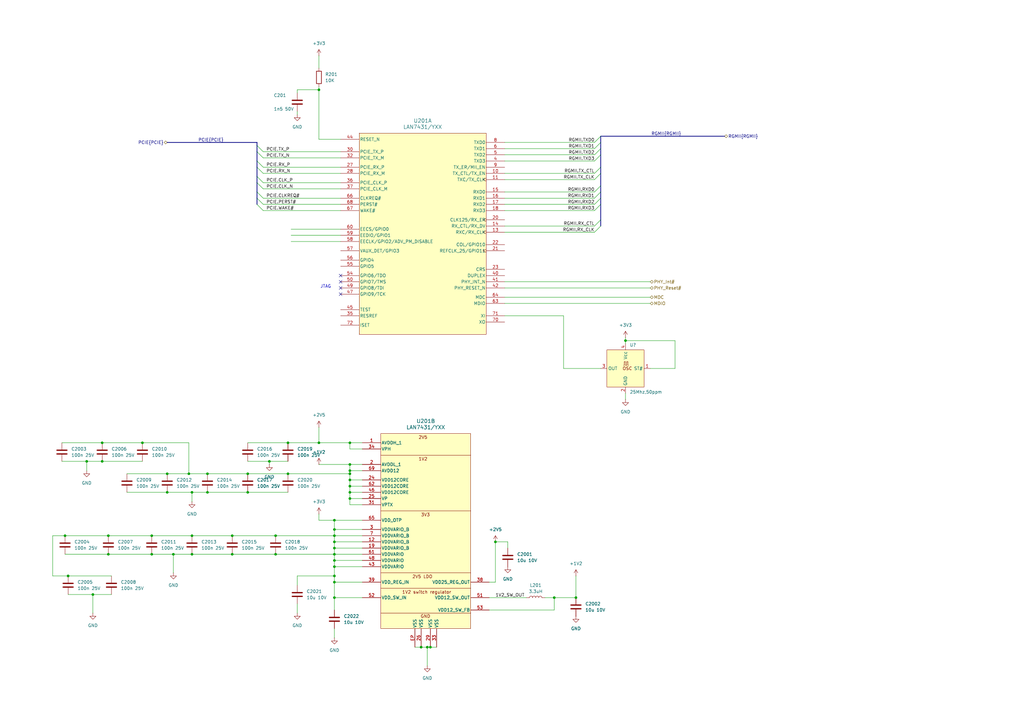
<source format=kicad_sch>
(kicad_sch (version 20231120) (generator "eeschema") (generator_version "8.0")
  (paper "A3")
  (lib_symbols
    (symbol "LAN7431_YXX_1" (pin_names (offset 0.254))
      (property "Reference" "U" (at 8.89 10.16 0))
      (property "Value" "LAN7431/YXX" (at 8.89 7.62 0))
      (symbol "LAN7431_YXX_1_1_1"
        (rectangle (start 0 0) (end 52.07 -82.55) (fill (type background)))
        (pin input line (at 59.69 -16.51 180) (length 7.62) (name "TX_CTL/TX_EN") (number "10"))
        (pin output clock (at 59.69 -19.05 180) (length 7.62) (name "TXC/TX_CLK") (number "11"))
        (pin input clock (at 59.69 -40.64 180) (length 7.62) (name "RXC/RX_CLK") (number "13"))
        (pin input line (at 59.69 -38.1 180) (length 7.62) (name "RX_CTL/RX_DV") (number "14"))
        (pin input line (at 59.69 -24.13 180) (length 7.62) (name "RXD0") (number "15"))
        (pin input line (at 59.69 -26.67 180) (length 7.62) (name "RXD1") (number "16"))
        (pin input line (at 59.69 -29.21 180) (length 7.62) (name "RXD2") (number "17"))
        (pin input line (at 59.69 -31.75 180) (length 7.62) (name "RXD3") (number "18"))
        (pin input clock (at 59.69 -35.56 180) (length 7.62) (name "CLK125/RX_ER") (number "20"))
        (pin bidirectional clock (at 59.69 -48.26 180) (length 7.62) (name "REFCLK_25/GPIO11") (number "21"))
        (pin bidirectional line (at 59.69 -45.72 180) (length 7.62) (name "COL/GPIO10") (number "22"))
        (pin unspecified line (at 59.69 -55.88 180) (length 7.62) (name "CRS") (number "23"))
        (pin unspecified line (at -7.62 -13.97 0) (length 7.62) (name "PCIE_RX_P") (number "27"))
        (pin unspecified line (at -7.62 -16.51 0) (length 7.62) (name "PCIE_RX_M") (number "28"))
        (pin unspecified line (at -7.62 -7.62 0) (length 7.62) (name "PCIE_TX_P") (number "30"))
        (pin unspecified line (at -7.62 -10.16 0) (length 7.62) (name "PCIE_TX_M") (number "32"))
        (pin unspecified line (at -7.62 -74.93 0) (length 7.62) (name "RESREF") (number "35"))
        (pin unspecified line (at -7.62 -20.32 0) (length 7.62) (name "PCIE_CLK_P") (number "36"))
        (pin unspecified line (at -7.62 -22.86 0) (length 7.62) (name "PCIE_CLK_M") (number "37"))
        (pin output line (at 59.69 -11.43 180) (length 7.62) (name "TXD3") (number "4"))
        (pin input line (at 59.69 -58.42 180) (length 7.62) (name "DUPLEX") (number "40"))
        (pin input line (at 59.69 -60.96 180) (length 7.62) (name "PHY_INT_N") (number "41"))
        (pin output line (at 59.69 -63.5 180) (length 7.62) (name "PHY_RESET_N") (number "42"))
        (pin unspecified line (at -7.62 -2.54 0) (length 7.62) (name "RESET_N") (number "44"))
        (pin unspecified line (at -7.62 -72.39 0) (length 7.62) (name "TEST") (number "45"))
        (pin bidirectional line (at -7.62 -66.04 0) (length 7.62) (name "GPIO9/TCK") (number "47"))
        (pin bidirectional line (at -7.62 -63.5 0) (length 7.62) (name "GPIO8/TDI") (number "49"))
        (pin output line (at 59.69 -8.89 180) (length 7.62) (name "TXD2") (number "5"))
        (pin bidirectional line (at -7.62 -60.96 0) (length 7.62) (name "GPIO7/TMS") (number "50"))
        (pin bidirectional line (at -7.62 -58.42 0) (length 7.62) (name "GPIO6/TDO") (number "54"))
        (pin bidirectional line (at -7.62 -54.61 0) (length 7.62) (name "GPIO5") (number "55"))
        (pin bidirectional line (at -7.62 -52.07 0) (length 7.62) (name "GPIO4") (number "56"))
        (pin bidirectional line (at -7.62 -48.26 0) (length 7.62) (name "VAUX_DET/GPIO3") (number "57"))
        (pin bidirectional line (at -7.62 -44.45 0) (length 7.62) (name "EECLK/GPIO2/ADV_PM_DISABLE") (number "58"))
        (pin bidirectional line (at -7.62 -41.91 0) (length 7.62) (name "EEDIO/GPIO1") (number "59"))
        (pin output line (at 59.69 -6.35 180) (length 7.62) (name "TXD1") (number "6"))
        (pin bidirectional line (at -7.62 -39.37 0) (length 7.62) (name "EECS/GPIO0") (number "60"))
        (pin bidirectional line (at 59.69 -69.85 180) (length 7.62) (name "MDIO") (number "63"))
        (pin output line (at 59.69 -67.31 180) (length 7.62) (name "MDC") (number "64"))
        (pin bidirectional line (at -7.62 -26.67 0) (length 7.62) (name "CLKREQ#") (number "66"))
        (pin bidirectional line (at -7.62 -31.75 0) (length 7.62) (name "WAKE#") (number "67"))
        (pin input line (at -7.62 -29.21 0) (length 7.62) (name "PERST#") (number "68"))
        (pin output line (at 59.69 -77.47 180) (length 7.62) (name "XO") (number "70"))
        (pin input line (at 59.69 -74.93 180) (length 7.62) (name "XI") (number "71"))
        (pin passive line (at -7.62 -78.74 0) (length 7.62) (name "ISET") (number "72"))
        (pin output line (at 59.69 -3.81 180) (length 7.62) (name "TXD0") (number "8"))
        (pin bidirectional line (at 59.69 -13.97 180) (length 7.62) (name "TX_ER/MII_EN") (number "9"))
      )
      (symbol "LAN7431_YXX_1_2_1"
        (polyline (pts (xy 0 -73.66) (xy 36.83 -73.66)))
        (polyline (pts (xy 0 -63.5) (xy 36.83 -63.5)))
        (polyline (pts (xy 0 -57.15) (xy 36.83 -57.15)))
        (polyline (pts (xy 0 -31.75) (xy 36.83 -31.75)))
        (polyline (pts (xy 0 -8.89) (xy 36.83 -8.89)))
        (rectangle (start 0 0) (end 36.83 -80.01) (fill (type background)))
        (text "1V2" (at 17.272 -10.414 0) (effects (font (size 1.27 1.27))))
        (text "1V2 switch regulator" (at 18.796 -65.024 0) (effects (font (size 1.27 1.27))))
        (text "2V5" (at 17.272 -1.524 0) (effects (font (size 1.27 1.27))))
        (text "2V5 LDO" (at 17.018 -58.674 0) (effects (font (size 1.27 1.27))))
        (text "3V3" (at 18.288 -33.274 0) (effects (font (size 1.27 1.27))))
        (text "GND" (at 18.288 -74.93 0) (effects (font (size 1.27 1.27))))
        (pin power_in line (at -7.62 -3.81 0) (length 7.62) (name "AVDDH_1") (number "1"))
        (pin power_in line (at -7.62 -44.45 0) (length 7.62) (name "VDDVARIO_B") (number "12"))
        (pin power_in line (at -7.62 -46.99 0) (length 7.62) (name "VDDVARIO_B") (number "19"))
        (pin power_in line (at -7.62 -12.7 0) (length 7.62) (name "AVDDL_1") (number "2"))
        (pin power_in line (at -7.62 -19.05 0) (length 7.62) (name "VDD12CORE") (number "24"))
        (pin unspecified line (at -7.62 -26.67 0) (length 7.62) (name "VP") (number "25"))
        (pin power_in line (at 16.51 -87.63 90) (length 7.62) (name "VSS") (number "26"))
        (pin power_in line (at 20.32 -87.63 90) (length 7.62) (name "VSS") (number "29"))
        (pin power_in line (at -7.62 -39.37 0) (length 7.62) (name "VDDVARIO_B") (number "3"))
        (pin unspecified line (at -7.62 -29.21 0) (length 7.62) (name "VPTX") (number "31"))
        (pin power_in line (at 22.86 -87.63 90) (length 7.62) (name "VSS") (number "33"))
        (pin unspecified line (at -7.62 -6.35 0) (length 7.62) (name "VPH") (number "34"))
        (pin output line (at 44.45 -60.96 180) (length 7.62) (name "VDD25_REG_OUT") (number "38"))
        (pin power_in line (at -7.62 -60.96 0) (length 7.62) (name "VDD_REG_IN") (number "39"))
        (pin power_in line (at -7.62 -54.61 0) (length 7.62) (name "VDDVARIO") (number "43"))
        (pin power_in line (at -7.62 -24.13 0) (length 7.62) (name "VDD12CORE") (number "46"))
        (pin power_in line (at -7.62 -52.07 0) (length 7.62) (name "VDDVARIO") (number "48"))
        (pin output line (at 44.45 -67.31 180) (length 7.62) (name "VDD12_SW_OUT") (number "51"))
        (pin power_in line (at -7.62 -67.31 0) (length 7.62) (name "VDD_SW_IN") (number "52"))
        (pin power_in line (at 44.45 -72.39 180) (length 7.62) (name "VDD12_SW_FB") (number "53"))
        (pin power_in line (at -7.62 -49.53 0) (length 7.62) (name "VDDVARIO") (number "61"))
        (pin power_in line (at -7.62 -21.59 0) (length 7.62) (name "VDD12CORE") (number "62"))
        (pin power_in line (at -7.62 -35.56 0) (length 7.62) (name "VDD_OTP") (number "65"))
        (pin power_in line (at -7.62 -15.24 0) (length 7.62) (name "AVDD12") (number "69"))
        (pin power_in line (at -7.62 -41.91 0) (length 7.62) (name "VDDVARIO_B") (number "7"))
        (pin power_out line (at 13.97 -87.63 90) (length 7.62) (name "VSS") (number "EP"))
      )
    )
    (symbol "bt_Inductors:L;3.3uH;1.4A;200m;S;0806" (pin_numbers hide) (pin_names (offset 1.016) hide)
      (property "Reference" "L" (at -1.27 0 90))
      (property "Value" "3.3uH" (at 1.905 0 90))
      (symbol "L;3.3uH;1.4A;200m;S;0806_0_1"
        (arc (start 0 -2.54) (mid 0.6323 -1.905) (end 0 -1.27))
        (arc (start 0 -1.27) (mid 0.6323 -0.635) (end 0 0))
        (arc (start 0 0) (mid 0.6323 0.635) (end 0 1.27))
        (arc (start 0 1.27) (mid 0.6323 1.905) (end 0 2.54))
      )
      (symbol "L;3.3uH;1.4A;200m;S;0806_1_1"
        (pin passive line (at 0 3.81 270) (length 1.27) (name "1") (number "1"))
        (pin passive line (at 0 -3.81 90) (length 1.27) (name "2") (number "2"))
      )
    )
    (symbol "bt_capacitor:C;M;100n;10p;25V;S;0603" (pin_numbers hide) (pin_names (offset 0.254))
      (property "Reference" "C" (at 0.635 2.54 0))
      (property "Value" "100n 25V" (at 4.635 -2.54 0))
      (symbol "C;M;100n;10p;25V;S;0603_0_1"
        (polyline (pts (xy -2.032 -0.762) (xy 2.032 -0.762)) (stroke (width 0.508)))
        (polyline (pts (xy -2.032 0.762) (xy 2.032 0.762)) (stroke (width 0.508)))
      )
      (symbol "C;M;100n;10p;25V;S;0603_1_1"
        (pin passive line (at 0 3.81 270) (length 2.794) (name "~") (number "1"))
        (pin passive line (at 0 -3.81 90) (length 2.794) (name "~") (number "2"))
      )
    )
    (symbol "bt_capacitor:C;M;10u;10p;10V;S;0603" (pin_numbers hide) (pin_names (offset 0.254))
      (property "Reference" "C" (at 0.635 2.54 0))
      (property "Value" "10u 10V" (at 4.635 -2.54 0))
      (symbol "C;M;10u;10p;10V;S;0603_0_1"
        (polyline (pts (xy -2.032 -0.762) (xy 2.032 -0.762)) (stroke (width 0.508)))
        (polyline (pts (xy -2.032 0.762) (xy 2.032 0.762)) (stroke (width 0.508)))
      )
      (symbol "C;M;10u;10p;10V;S;0603_1_1"
        (pin passive line (at 0 3.81 270) (length 2.794) (name "~") (number "1"))
        (pin passive line (at 0 -3.81 90) (length 2.794) (name "~") (number "2"))
      )
    )
    (symbol "bt_capacitor:C;M;1n5;10p;50V;S;0603" (pin_numbers hide) (pin_names (offset 0.254))
      (property "Reference" "C" (at 0.635 2.54 0))
      (property "Value" "1n5 50V" (at 4.635 -2.54 0))
      (symbol "C;M;1n5;10p;50V;S;0603_0_1"
        (polyline (pts (xy -2.032 -0.762) (xy 2.032 -0.762)) (stroke (width 0.508)))
        (polyline (pts (xy -2.032 0.762) (xy 2.032 0.762)) (stroke (width 0.508)))
      )
      (symbol "C;M;1n5;10p;50V;S;0603_1_1"
        (pin passive line (at 0 3.81 270) (length 2.794) (name "~") (number "1"))
        (pin passive line (at 0 -3.81 90) (length 2.794) (name "~") (number "2"))
      )
    )
    (symbol "bt_communication:LAN7431_YXX" (pin_names (offset 0.254))
      (property "Reference" "U" (at 8.89 10.16 0))
      (property "Value" "LAN7431/YXX" (at 8.89 7.62 0))
      (symbol "LAN7431_YXX_1_1"
        (rectangle (start 0 0) (end 52.07 -82.55) (fill (type background)))
        (pin input line (at 59.69 -16.51 180) (length 7.62) (name "TX_CTL/TX_EN") (number "10"))
        (pin output clock (at 59.69 -19.05 180) (length 7.62) (name "TXC/TX_CLK") (number "11"))
        (pin input clock (at 59.69 -40.64 180) (length 7.62) (name "RXC/RX_CLK") (number "13"))
        (pin input line (at 59.69 -38.1 180) (length 7.62) (name "RX_CTL/RX_DV") (number "14"))
        (pin input line (at 59.69 -33.02 180) (length 7.62) (name "RXD0") (number "15"))
        (pin input line (at 59.69 -30.48 180) (length 7.62) (name "RXD1") (number "16"))
        (pin input line (at 59.69 -27.94 180) (length 7.62) (name "RXD2") (number "17"))
        (pin input line (at 59.69 -25.4 180) (length 7.62) (name "RXD3") (number "18"))
        (pin input clock (at 59.69 -35.56 180) (length 7.62) (name "CLK125/RX_ER") (number "20"))
        (pin bidirectional clock (at 59.69 -48.26 180) (length 7.62) (name "REFCLK_25/GPIO11") (number "21"))
        (pin bidirectional line (at 59.69 -45.72 180) (length 7.62) (name "COL/GPIO10") (number "22"))
        (pin unspecified line (at 59.69 -55.88 180) (length 7.62) (name "CRS") (number "23"))
        (pin unspecified line (at -7.62 -13.97 0) (length 7.62) (name "PCIE_RX_P") (number "27"))
        (pin unspecified line (at -7.62 -16.51 0) (length 7.62) (name "PCIE_RX_M") (number "28"))
        (pin unspecified line (at -7.62 -7.62 0) (length 7.62) (name "PCIE_TX_P") (number "30"))
        (pin unspecified line (at -7.62 -10.16 0) (length 7.62) (name "PCIE_TX_M") (number "32"))
        (pin unspecified line (at -7.62 -74.93 0) (length 7.62) (name "RESREF") (number "35"))
        (pin unspecified line (at -7.62 -20.32 0) (length 7.62) (name "PCIE_CLK_P") (number "36"))
        (pin unspecified line (at -7.62 -22.86 0) (length 7.62) (name "PCIE_CLK_M") (number "37"))
        (pin output line (at 59.69 -11.43 180) (length 7.62) (name "TXD3") (number "4"))
        (pin input line (at 59.69 -58.42 180) (length 7.62) (name "DUPLEX") (number "40"))
        (pin input line (at 59.69 -60.96 180) (length 7.62) (name "PHY_INT_N") (number "41"))
        (pin output line (at 59.69 -63.5 180) (length 7.62) (name "PHY_RESET_N") (number "42"))
        (pin unspecified line (at -7.62 -2.54 0) (length 7.62) (name "RESET_N") (number "44"))
        (pin unspecified line (at -7.62 -72.39 0) (length 7.62) (name "TEST") (number "45"))
        (pin bidirectional line (at -7.62 -66.04 0) (length 7.62) (name "GPIO9/TCK") (number "47"))
        (pin bidirectional line (at -7.62 -63.5 0) (length 7.62) (name "GPIO8/TDI") (number "49"))
        (pin output line (at 59.69 -8.89 180) (length 7.62) (name "TXD2") (number "5"))
        (pin bidirectional line (at -7.62 -60.96 0) (length 7.62) (name "GPIO7/TMS") (number "50"))
        (pin bidirectional line (at -7.62 -58.42 0) (length 7.62) (name "GPIO6/TDO") (number "54"))
        (pin bidirectional line (at -7.62 -54.61 0) (length 7.62) (name "GPIO5") (number "55"))
        (pin bidirectional line (at -7.62 -52.07 0) (length 7.62) (name "GPIO4") (number "56"))
        (pin bidirectional line (at -7.62 -48.26 0) (length 7.62) (name "VAUX_DET/GPIO3") (number "57"))
        (pin bidirectional line (at -7.62 -44.45 0) (length 7.62) (name "EECLK/GPIO2/ADV_PM_DISABLE") (number "58"))
        (pin bidirectional line (at -7.62 -41.91 0) (length 7.62) (name "EEDIO/GPIO1") (number "59"))
        (pin output line (at 59.69 -6.35 180) (length 7.62) (name "TXD1") (number "6"))
        (pin bidirectional line (at -7.62 -39.37 0) (length 7.62) (name "EECS/GPIO0") (number "60"))
        (pin bidirectional line (at 59.69 -69.85 180) (length 7.62) (name "MDIO") (number "63"))
        (pin output line (at 59.69 -67.31 180) (length 7.62) (name "MDC") (number "64"))
        (pin bidirectional line (at -7.62 -26.67 0) (length 7.62) (name "CLKREQ#") (number "66"))
        (pin bidirectional line (at -7.62 -31.75 0) (length 7.62) (name "WAKE#") (number "67"))
        (pin input line (at -7.62 -29.21 0) (length 7.62) (name "PERST#") (number "68"))
        (pin output line (at 59.69 -77.47 180) (length 7.62) (name "XO") (number "70"))
        (pin input line (at 59.69 -74.93 180) (length 7.62) (name "XI") (number "71"))
        (pin passive line (at -7.62 -78.74 0) (length 7.62) (name "ISET") (number "72"))
        (pin output line (at 59.69 -3.81 180) (length 7.62) (name "TXD0") (number "8"))
        (pin bidirectional line (at 59.69 -13.97 180) (length 7.62) (name "TX_ER/MII_EN") (number "9"))
      )
      (symbol "LAN7431_YXX_2_1"
        (polyline (pts (xy 0 -73.66) (xy 36.83 -73.66)))
        (polyline (pts (xy 0 -63.5) (xy 36.83 -63.5)))
        (polyline (pts (xy 0 -57.15) (xy 36.83 -57.15)))
        (polyline (pts (xy 0 -31.75) (xy 36.83 -31.75)))
        (polyline (pts (xy 0 -8.89) (xy 36.83 -8.89)))
        (rectangle (start 0 0) (end 36.83 -80.01) (fill (type background)))
        (text "1V2" (at 17.272 -10.414 0) (effects (font (size 1.27 1.27))))
        (text "1V2 switch regulator" (at 18.796 -65.024 0) (effects (font (size 1.27 1.27))))
        (text "2V5" (at 17.272 -1.524 0) (effects (font (size 1.27 1.27))))
        (text "2V5 LDO" (at 17.018 -58.674 0) (effects (font (size 1.27 1.27))))
        (text "3V3" (at 18.288 -33.274 0) (effects (font (size 1.27 1.27))))
        (text "GND" (at 18.288 -74.93 0) (effects (font (size 1.27 1.27))))
        (pin power_in line (at -7.62 -3.81 0) (length 7.62) (name "AVDDH_1") (number "1"))
        (pin power_in line (at -7.62 -44.45 0) (length 7.62) (name "VDDVARIO_B") (number "12"))
        (pin power_in line (at -7.62 -46.99 0) (length 7.62) (name "VDDVARIO_B") (number "19"))
        (pin power_in line (at -7.62 -12.7 0) (length 7.62) (name "AVDDL_1") (number "2"))
        (pin power_in line (at -7.62 -19.05 0) (length 7.62) (name "VDD12CORE") (number "24"))
        (pin unspecified line (at -7.62 -26.67 0) (length 7.62) (name "VP") (number "25"))
        (pin power_in line (at 16.51 -87.63 90) (length 7.62) (name "VSS") (number "26"))
        (pin power_in line (at 20.32 -87.63 90) (length 7.62) (name "VSS") (number "29"))
        (pin power_in line (at -7.62 -39.37 0) (length 7.62) (name "VDDVARIO_B") (number "3"))
        (pin unspecified line (at -7.62 -29.21 0) (length 7.62) (name "VPTX") (number "31"))
        (pin power_in line (at 22.86 -87.63 90) (length 7.62) (name "VSS") (number "33"))
        (pin unspecified line (at -7.62 -6.35 0) (length 7.62) (name "VPH") (number "34"))
        (pin output line (at 44.45 -60.96 180) (length 7.62) (name "VDD25_REG_OUT") (number "38"))
        (pin power_in line (at -7.62 -60.96 0) (length 7.62) (name "VDD_REG_IN") (number "39"))
        (pin power_in line (at -7.62 -54.61 0) (length 7.62) (name "VDDVARIO") (number "43"))
        (pin power_in line (at -7.62 -24.13 0) (length 7.62) (name "VDD12CORE") (number "46"))
        (pin power_in line (at -7.62 -52.07 0) (length 7.62) (name "VDDVARIO") (number "48"))
        (pin output line (at 44.45 -67.31 180) (length 7.62) (name "VDD12_SW_OUT") (number "51"))
        (pin power_in line (at -7.62 -67.31 0) (length 7.62) (name "VDD_SW_IN") (number "52"))
        (pin power_in line (at 44.45 -72.39 180) (length 7.62) (name "VDD12_SW_FB") (number "53"))
        (pin power_in line (at -7.62 -49.53 0) (length 7.62) (name "VDDVARIO") (number "61"))
        (pin power_in line (at -7.62 -21.59 0) (length 7.62) (name "VDD12CORE") (number "62"))
        (pin power_in line (at -7.62 -35.56 0) (length 7.62) (name "VDD_OTP") (number "65"))
        (pin power_in line (at -7.62 -15.24 0) (length 7.62) (name "AVDD12") (number "69"))
        (pin power_in line (at -7.62 -41.91 0) (length 7.62) (name "VDDVARIO_B") (number "7"))
        (pin power_out line (at 13.97 -87.63 90) (length 7.62) (name "VSS") (number "EP"))
      )
    )
    (symbol "bt_oscillator:OSC;25Mhz;50ppm;3v3;SG3225CAN"
      (property "Reference" "U" (at 0.762 1.27 0))
      (property "Value" "25Mhz,50ppm" (at 14.986 1.27 0))
      (symbol "OSC;25Mhz;50ppm;3v3;SG3225CAN_0_0"
        (pin input line (at -2.54 -7.62 0) (length 2.54) (name "ST#") (number "1"))
      )
      (symbol "OSC;25Mhz;50ppm;3v3;SG3225CAN_0_1"
        (polyline (pts (xy 6.35 -6.35) (xy 6.604 -6.35) (xy 6.604 -4.826) (xy 7.112 -4.826) (xy 7.112 -6.35) (xy 7.62 -6.35) (xy 7.62 -4.826) (xy 8.128 -4.826) (xy 8.128 -6.35) (xy 8.382 -6.35)))
        (rectangle (start 0 0) (end 15.24 -15.24) (fill (type background)))
      )
      (symbol "OSC;25Mhz;50ppm;3v3;SG3225CAN_1_0"
        (pin input line (at 7.62 -17.78 90) (length 2.54) (name "GND") (number "2"))
        (pin output line (at 17.78 -7.62 180) (length 2.54) (name "OUT") (number "3"))
        (pin power_in line (at 7.62 2.54 270) (length 2.54) (name "Vcc") (number "4"))
      )
      (symbol "OSC;25Mhz;50ppm;3v3;SG3225CAN_1_1"
        (text "OSC" (at 6.858 -7.62 0) (effects (font (size 1.27 1.27))))
      )
    )
    (symbol "bt_resistors:R;G;10K;10P0;S;0603" (pin_numbers hide) (pin_names (offset 0))
      (property "Reference" "R" (at 2.032 0 90))
      (property "Value" "10K" (at 0 0 90))
      (symbol "R;G;10K;10P0;S;0603_0_1"
        (rectangle (start -1.016 -2.54) (end 1.016 2.54) (stroke (width 0.254)))
      )
      (symbol "R;G;10K;10P0;S;0603_1_1"
        (pin passive line (at 0 3.81 270) (length 1.27) (name "~") (number "1"))
        (pin passive line (at 0 -3.81 90) (length 1.27) (name "~") (number "2"))
      )
    )
    (symbol "power:+1V2" (power) (pin_numbers hide) (pin_names (offset 0) hide)
      (property "Value" "+1V2" (at 0 3.556 0))
      (symbol "+1V2_0_1"
        (polyline (pts (xy -0.762 1.27) (xy 0 2.54)))
        (polyline (pts (xy 0 0) (xy 0 2.54)))
        (polyline (pts (xy 0 2.54) (xy 0.762 1.27)))
      )
      (symbol "+1V2_1_1"
        (pin power_in line (at 0 0 90) (length 0) (name "~") (number "1"))
      )
    )
    (symbol "power:+2V5" (power) (pin_numbers hide) (pin_names (offset 0) hide)
      (property "Value" "+2V5" (at 0 3.556 0))
      (symbol "+2V5_0_1"
        (polyline (pts (xy -0.762 1.27) (xy 0 2.54)))
        (polyline (pts (xy 0 0) (xy 0 2.54)))
        (polyline (pts (xy 0 2.54) (xy 0.762 1.27)))
      )
      (symbol "+2V5_1_1"
        (pin power_in line (at 0 0 90) (length 0) (name "~") (number "1"))
      )
    )
    (symbol "power:+3.3V" (power) (pin_numbers hide) (pin_names (offset 0) hide)
      (property "Value" "+3.3V" (at 0 3.556 0))
      (symbol "+3.3V_0_1"
        (polyline (pts (xy -0.762 1.27) (xy 0 2.54)))
        (polyline (pts (xy 0 0) (xy 0 2.54)))
        (polyline (pts (xy 0 2.54) (xy 0.762 1.27)))
      )
      (symbol "+3.3V_1_1"
        (pin power_in line (at 0 0 90) (length 0) (name "~") (number "1"))
      )
    )
    (symbol "power:GND" (power) (pin_numbers hide) (pin_names (offset 0) hide)
      (property "Value" "GND" (at 0 -3.81 0))
      (symbol "GND_0_1"
        (polyline (pts (xy 0 0) (xy 0 -1.27) (xy 1.27 -1.27) (xy 0 -2.54) (xy -1.27 -1.27) (xy 0 -1.27)))
      )
      (symbol "GND_1_1"
        (pin power_in line (at 0 0 270) (length 0) (name "~") (number "1"))
      )
    )
  )
  (bus_alias "PCIE" (members "TX_P" "TX_N" "RX_P" "RX_N" "CLK_P" "CLK_N" "CLKREQ#" "WAKE#" "PERST#"))
  (bus_alias "RGMII" (members "TXD0" "TXD1" "TXD2" "TXD3" "TX_CTL" "TX_CLK" "RXD0" "RXD1" "RXD2" "RXD3" "RX_CTL" "RX_CLK"))
  (junction (at 58.42 181.61))
  (junction (at 68.58 194.31))
  (junction (at 26.67 219.71))
  (junction (at 101.6 194.31))
  (junction (at 137.16 213.36))
  (junction (at 175.26 265.43))
  (junction (at 85.09 194.31))
  (junction (at 62.23 219.71))
  (junction (at 85.09 201.93))
  (junction (at 137.16 219.71))
  (junction (at 143.51 193.04))
  (junction (at 113.03 227.33))
  (junction (at 27.94 236.22))
  (junction (at 203.2 222.25))
  (junction (at 113.03 219.71))
  (junction (at 236.22 245.11))
  (junction (at 78.74 201.93))
  (junction (at 137.16 232.41))
  (junction (at 68.58 201.93))
  (junction (at 143.51 199.39))
  (junction (at 38.1 243.84))
  (junction (at 71.12 227.33))
  (junction (at 176.53 265.43))
  (junction (at 44.45 219.71))
  (junction (at 41.91 181.61))
  (junction (at 172.72 265.43))
  (junction (at 118.11 194.31))
  (junction (at 130.81 36.83))
  (junction (at 137.16 217.17))
  (junction (at 118.11 181.61))
  (junction (at 95.25 219.71))
  (junction (at 143.51 201.93))
  (junction (at 143.51 204.47))
  (junction (at 44.45 227.33))
  (junction (at 130.81 181.61))
  (junction (at 137.16 238.76))
  (junction (at 137.16 222.25))
  (junction (at 95.25 227.33))
  (junction (at 227.33 245.11))
  (junction (at 256.54 139.7))
  (junction (at 143.51 194.31))
  (junction (at 143.51 181.61))
  (junction (at 110.49 189.23))
  (junction (at 137.16 236.22))
  (junction (at 101.6 201.93))
  (junction (at 41.91 189.23))
  (junction (at 62.23 227.33))
  (junction (at 35.56 189.23))
  (junction (at 143.51 190.5))
  (junction (at 137.16 224.79))
  (junction (at 137.16 245.11))
  (junction (at 143.51 196.85))
  (junction (at 137.16 227.33))
  (junction (at 77.47 194.31))
  (junction (at 78.74 219.71))
  (junction (at 78.74 227.33))
  (junction (at 137.16 229.87))
  (no_connect (at 139.7 113.03))
  (no_connect (at 139.7 118.11))
  (no_connect (at 139.7 120.65))
  (no_connect (at 139.7 115.57))
  (bus_entry (at 246.38 78.74) (size -2.54 2.54))
  (bus_entry (at 105.41 78.74) (size 2.54 2.54))
  (bus_entry (at 105.41 83.82) (size 2.54 2.54))
  (bus_entry (at 105.41 59.69) (size 2.54 2.54))
  (bus_entry (at 105.41 74.93) (size 2.54 2.54))
  (bus_entry (at 246.38 83.82) (size -2.54 2.54))
  (bus_entry (at 246.38 81.28) (size -2.54 2.54))
  (bus_entry (at 246.38 68.58) (size -2.54 2.54))
  (bus_entry (at 246.38 90.17) (size -2.54 2.54))
  (bus_entry (at 246.38 92.71) (size -2.54 2.54))
  (bus_entry (at 105.41 72.39) (size 2.54 2.54))
  (bus_entry (at 246.38 71.12) (size -2.54 2.54))
  (bus_entry (at 246.38 63.5) (size -2.54 2.54))
  (bus_entry (at 105.41 66.04) (size 2.54 2.54))
  (bus_entry (at 105.41 68.58) (size 2.54 2.54))
  (bus_entry (at 246.38 60.96) (size -2.54 2.54))
  (bus_entry (at 246.38 58.42) (size -2.54 2.54))
  (bus_entry (at 105.41 62.23) (size 2.54 2.54))
  (bus_entry (at 105.41 81.28) (size 2.54 2.54))
  (bus_entry (at 246.38 76.2) (size -2.54 2.54))
  (bus_entry (at 246.38 55.88) (size -2.54 2.54))
  (wire (pts (xy 137.16 245.11) (xy 137.16 250.19)))
  (wire (pts (xy 27.94 236.22) (xy 45.72 236.22)))
  (wire (pts (xy 71.12 227.33) (xy 78.74 227.33)))
  (wire (pts (xy 137.16 232.41) (xy 137.16 236.22)))
  (wire (pts (xy 130.81 210.82) (xy 130.81 213.36)))
  (wire (pts (xy 143.51 196.85) (xy 143.51 199.39)))
  (bus (pts (xy 246.38 76.2) (xy 246.38 78.74)))
  (wire (pts (xy 137.16 238.76) (xy 137.16 245.11)))
  (wire (pts (xy 137.16 219.71) (xy 148.59 219.71)))
  (wire (pts (xy 208.28 224.79) (xy 208.28 222.25)))
  (wire (pts (xy 231.14 129.54) (xy 207.01 129.54)))
  (wire (pts (xy 143.51 193.04) (xy 148.59 193.04)))
  (wire (pts (xy 143.51 194.31) (xy 143.51 196.85)))
  (wire (pts (xy 121.92 236.22) (xy 121.92 240.03)))
  (wire (pts (xy 175.26 265.43) (xy 175.26 273.05)))
  (wire (pts (xy 44.45 227.33) (xy 62.23 227.33)))
  (wire (pts (xy 119.38 93.98) (xy 139.7 93.98)))
  (wire (pts (xy 130.81 190.5) (xy 143.51 190.5)))
  (wire (pts (xy 176.53 265.43) (xy 179.07 265.43)))
  (wire (pts (xy 246.38 151.13) (xy 231.14 151.13)))
  (wire (pts (xy 137.16 229.87) (xy 137.16 227.33)))
  (wire (pts (xy 256.54 161.29) (xy 256.54 163.83)))
  (wire (pts (xy 130.81 175.26) (xy 130.81 181.61)))
  (wire (pts (xy 68.58 201.93) (xy 78.74 201.93)))
  (wire (pts (xy 243.84 63.5) (xy 207.01 63.5)))
  (wire (pts (xy 143.51 201.93) (xy 148.59 201.93)))
  (wire (pts (xy 137.16 236.22) (xy 137.16 238.76)))
  (wire (pts (xy 137.16 236.22) (xy 121.92 236.22)))
  (wire (pts (xy 35.56 189.23) (xy 35.56 193.04)))
  (wire (pts (xy 207.01 121.92) (xy 266.7 121.92)))
  (bus (pts (xy 246.38 83.82) (xy 246.38 90.17)))
  (wire (pts (xy 137.16 229.87) (xy 137.16 232.41)))
  (wire (pts (xy 143.51 184.15) (xy 148.59 184.15)))
  (wire (pts (xy 137.16 229.87) (xy 148.59 229.87)))
  (wire (pts (xy 113.03 227.33) (xy 137.16 227.33)))
  (wire (pts (xy 137.16 222.25) (xy 148.59 222.25)))
  (bus (pts (xy 246.38 71.12) (xy 246.38 76.2)))
  (wire (pts (xy 207.01 124.46) (xy 266.7 124.46)))
  (wire (pts (xy 143.51 201.93) (xy 143.51 204.47)))
  (wire (pts (xy 137.16 224.79) (xy 137.16 222.25)))
  (bus (pts (xy 105.41 72.39) (xy 105.41 68.58)))
  (wire (pts (xy 25.4 181.61) (xy 41.91 181.61)))
  (wire (pts (xy 121.92 45.72) (xy 121.92 46.99)))
  (wire (pts (xy 62.23 219.71) (xy 78.74 219.71)))
  (wire (pts (xy 101.6 189.23) (xy 110.49 189.23)))
  (wire (pts (xy 35.56 189.23) (xy 41.91 189.23)))
  (wire (pts (xy 236.22 236.22) (xy 236.22 245.11)))
  (wire (pts (xy 137.16 238.76) (xy 148.59 238.76)))
  (wire (pts (xy 44.45 219.71) (xy 62.23 219.71)))
  (wire (pts (xy 175.26 265.43) (xy 176.53 265.43)))
  (wire (pts (xy 200.66 238.76) (xy 203.2 238.76)))
  (bus (pts (xy 105.41 81.28) (xy 105.41 78.74)))
  (wire (pts (xy 107.95 62.23) (xy 139.7 62.23)))
  (wire (pts (xy 110.49 189.23) (xy 110.49 190.5)))
  (wire (pts (xy 203.2 222.25) (xy 203.2 238.76)))
  (wire (pts (xy 41.91 181.61) (xy 58.42 181.61)))
  (wire (pts (xy 243.84 60.96) (xy 207.01 60.96)))
  (wire (pts (xy 137.16 224.79) (xy 148.59 224.79)))
  (wire (pts (xy 110.49 189.23) (xy 118.11 189.23)))
  (wire (pts (xy 170.18 265.43) (xy 172.72 265.43)))
  (bus (pts (xy 105.41 68.58) (xy 105.41 66.04)))
  (wire (pts (xy 143.51 204.47) (xy 143.51 207.01)))
  (wire (pts (xy 172.72 265.43) (xy 175.26 265.43)))
  (wire (pts (xy 256.54 138.43) (xy 256.54 139.7)))
  (bus (pts (xy 105.41 59.69) (xy 105.41 58.42)))
  (bus (pts (xy 246.38 81.28) (xy 246.38 83.82)))
  (wire (pts (xy 137.16 217.17) (xy 148.59 217.17)))
  (wire (pts (xy 137.16 245.11) (xy 148.59 245.11)))
  (wire (pts (xy 71.12 234.95) (xy 71.12 227.33)))
  (wire (pts (xy 227.33 250.19) (xy 227.33 245.11)))
  (wire (pts (xy 38.1 251.46) (xy 38.1 243.84)))
  (wire (pts (xy 121.92 36.83) (xy 121.92 38.1)))
  (wire (pts (xy 118.11 194.31) (xy 143.51 194.31)))
  (wire (pts (xy 143.51 207.01) (xy 148.59 207.01)))
  (bus (pts (xy 68.58 58.42) (xy 105.41 58.42)))
  (wire (pts (xy 107.95 83.82) (xy 139.7 83.82)))
  (wire (pts (xy 119.38 96.52) (xy 139.7 96.52)))
  (wire (pts (xy 107.95 81.28) (xy 139.7 81.28)))
  (wire (pts (xy 130.81 181.61) (xy 143.51 181.61)))
  (wire (pts (xy 137.16 257.81) (xy 137.16 261.62)))
  (wire (pts (xy 207.01 115.57) (xy 266.7 115.57)))
  (wire (pts (xy 200.66 250.19) (xy 227.33 250.19)))
  (wire (pts (xy 113.03 219.71) (xy 137.16 219.71)))
  (wire (pts (xy 118.11 181.61) (xy 130.81 181.61)))
  (wire (pts (xy 243.84 95.25) (xy 207.01 95.25)))
  (wire (pts (xy 27.94 243.84) (xy 38.1 243.84)))
  (wire (pts (xy 143.51 204.47) (xy 148.59 204.47)))
  (wire (pts (xy 231.14 151.13) (xy 231.14 129.54)))
  (wire (pts (xy 52.07 194.31) (xy 68.58 194.31)))
  (wire (pts (xy 223.52 245.11) (xy 227.33 245.11)))
  (wire (pts (xy 85.09 194.31) (xy 101.6 194.31)))
  (wire (pts (xy 95.25 227.33) (xy 113.03 227.33)))
  (wire (pts (xy 130.81 36.83) (xy 121.92 36.83)))
  (wire (pts (xy 78.74 201.93) (xy 85.09 201.93)))
  (wire (pts (xy 101.6 194.31) (xy 118.11 194.31)))
  (wire (pts (xy 107.95 74.93) (xy 139.7 74.93)))
  (wire (pts (xy 130.81 22.86) (xy 130.81 27.94)))
  (wire (pts (xy 137.16 213.36) (xy 148.59 213.36)))
  (wire (pts (xy 68.58 194.31) (xy 77.47 194.31)))
  (wire (pts (xy 78.74 201.93) (xy 78.74 205.74)))
  (wire (pts (xy 139.7 57.15) (xy 130.81 57.15)))
  (wire (pts (xy 137.16 222.25) (xy 137.16 219.71)))
  (wire (pts (xy 78.74 227.33) (xy 95.25 227.33)))
  (wire (pts (xy 243.84 86.36) (xy 207.01 86.36)))
  (wire (pts (xy 143.51 199.39) (xy 143.51 201.93)))
  (wire (pts (xy 137.16 217.17) (xy 137.16 213.36)))
  (wire (pts (xy 143.51 193.04) (xy 143.51 194.31)))
  (wire (pts (xy 207.01 118.11) (xy 266.7 118.11)))
  (wire (pts (xy 38.1 243.84) (xy 45.72 243.84)))
  (bus (pts (xy 105.41 78.74) (xy 105.41 74.93)))
  (wire (pts (xy 77.47 181.61) (xy 77.47 194.31)))
  (wire (pts (xy 256.54 139.7) (xy 256.54 140.97)))
  (wire (pts (xy 243.84 83.82) (xy 207.01 83.82)))
  (wire (pts (xy 276.86 139.7) (xy 256.54 139.7)))
  (wire (pts (xy 143.51 199.39) (xy 148.59 199.39)))
  (wire (pts (xy 207.01 92.71) (xy 243.84 92.71)))
  (wire (pts (xy 107.95 86.36) (xy 139.7 86.36)))
  (wire (pts (xy 130.81 57.15) (xy 130.81 36.83)))
  (wire (pts (xy 26.67 227.33) (xy 44.45 227.33)))
  (wire (pts (xy 130.81 36.83) (xy 130.81 35.56)))
  (wire (pts (xy 243.84 58.42) (xy 207.01 58.42)))
  (bus (pts (xy 246.38 55.88) (xy 246.38 58.42)))
  (wire (pts (xy 26.67 219.71) (xy 21.59 219.71)))
  (wire (pts (xy 143.51 190.5) (xy 148.59 190.5)))
  (bus (pts (xy 105.41 83.82) (xy 105.41 81.28)))
  (wire (pts (xy 243.84 73.66) (xy 207.01 73.66)))
  (wire (pts (xy 21.59 236.22) (xy 27.94 236.22)))
  (bus (pts (xy 105.41 62.23) (xy 105.41 59.69)))
  (wire (pts (xy 52.07 201.93) (xy 68.58 201.93)))
  (bus (pts (xy 246.38 63.5) (xy 246.38 68.58)))
  (wire (pts (xy 208.28 222.25) (xy 203.2 222.25)))
  (bus (pts (xy 246.38 60.96) (xy 246.38 63.5)))
  (wire (pts (xy 107.95 71.12) (xy 139.7 71.12)))
  (wire (pts (xy 130.81 213.36) (xy 137.16 213.36)))
  (wire (pts (xy 137.16 227.33) (xy 148.59 227.33)))
  (wire (pts (xy 62.23 227.33) (xy 71.12 227.33)))
  (wire (pts (xy 143.51 181.61) (xy 143.51 184.15)))
  (wire (pts (xy 107.95 77.47) (xy 139.7 77.47)))
  (wire (pts (xy 243.84 71.12) (xy 207.01 71.12)))
  (wire (pts (xy 107.95 68.58) (xy 139.7 68.58)))
  (wire (pts (xy 200.66 245.11) (xy 215.9 245.11)))
  (wire (pts (xy 25.4 189.23) (xy 35.56 189.23)))
  (wire (pts (xy 227.33 245.11) (xy 236.22 245.11)))
  (wire (pts (xy 243.84 66.04) (xy 207.01 66.04)))
  (wire (pts (xy 137.16 227.33) (xy 137.16 224.79)))
  (wire (pts (xy 266.7 151.13) (xy 276.86 151.13)))
  (wire (pts (xy 21.59 219.71) (xy 21.59 236.22)))
  (wire (pts (xy 101.6 201.93) (xy 118.11 201.93)))
  (wire (pts (xy 119.38 99.06) (xy 139.7 99.06)))
  (bus (pts (xy 246.38 58.42) (xy 246.38 60.96)))
  (wire (pts (xy 107.95 64.77) (xy 139.7 64.77)))
  (wire (pts (xy 243.84 78.74) (xy 207.01 78.74)))
  (wire (pts (xy 85.09 201.93) (xy 101.6 201.93)))
  (wire (pts (xy 143.51 181.61) (xy 148.59 181.61)))
  (bus (pts (xy 246.38 78.74) (xy 246.38 81.28)))
  (wire (pts (xy 276.86 151.13) (xy 276.86 139.7)))
  (bus (pts (xy 105.41 74.93) (xy 105.41 72.39)))
  (wire (pts (xy 143.51 196.85) (xy 148.59 196.85)))
  (wire (pts (xy 26.67 219.71) (xy 44.45 219.71)))
  (wire (pts (xy 137.16 219.71) (xy 137.16 217.17)))
  (wire (pts (xy 148.59 232.41) (xy 137.16 232.41)))
  (bus (pts (xy 246.38 68.58) (xy 246.38 71.12)))
  (wire (pts (xy 41.91 189.23) (xy 58.42 189.23)))
  (wire (pts (xy 243.84 81.28) (xy 207.01 81.28)))
  (bus (pts (xy 297.18 55.88) (xy 246.38 55.88)))
  (bus (pts (xy 246.38 90.17) (xy 246.38 92.71)))
  (wire (pts (xy 58.42 181.61) (xy 77.47 181.61)))
  (wire (pts (xy 77.47 194.31) (xy 85.09 194.31)))
  (wire (pts (xy 78.74 219.71) (xy 95.25 219.71)))
  (wire (pts (xy 101.6 181.61) (xy 118.11 181.61)))
  (wire (pts (xy 121.92 247.65) (xy 121.92 251.46)))
  (bus (pts (xy 105.41 66.04) (xy 105.41 62.23)))
  (wire (pts (xy 143.51 190.5) (xy 143.51 193.04)))
  (wire (pts (xy 95.25 219.71) (xy 113.03 219.71)))
  (text "JTAG" (at 133.604 117.602 0) (effects (font (size 1.27 1.27))))
  (label "PCIE{PCIE}" (at 81.28 58.42 0))
  (label "RGMII.RXD0" (at 243.84 78.74 180))
  (label "RGMII.RXD3" (at 243.84 86.36 180))
  (label "RGMII{RGMII}" (at 279.4 55.88 180))
  (label "PCIE.PERST#" (at 109.22 83.82 0))
  (label "PCIE.WAKE#" (at 109.22 86.36 0))
  (label "PCIE.CLKREQ#" (at 109.22 81.28 0))
  (label "PCIE.CLK_N" (at 109.22 77.47 0))
  (label "RGMII.TX_CLK" (at 243.84 73.66 180))
  (label "RGMII.TXD1" (at 243.84 60.96 180))
  (label "RGMII.RX_CTL" (at 243.84 92.71 180))
  (label "RGMII.TXD3" (at 243.84 66.04 180))
  (label "RGMII.RX_CLK" (at 243.84 95.25 180))
  (label "RGMII.RXD1" (at 243.84 81.28 180))
  (label "PCIE.RX_N" (at 109.22 71.12 0))
  (label "PCIE.CLK_P" (at 109.22 74.93 0))
  (label "RGMII.RXD2" (at 243.84 83.82 180))
  (label "PCIE.TX_N" (at 109.22 64.77 0))
  (label "PCIE.TX_P" (at 109.22 62.23 0))
  (label "RGMII.TX_CTL" (at 243.84 71.12 180))
  (label "RGMII.TXD0" (at 243.84 58.42 180))
  (label "1V2_SW_OUT" (at 203.2 245.11 0))
  (label "RGMII.TXD2" (at 243.84 63.5 180))
  (label "PCIE.RX_P" (at 109.22 68.58 0))
  (hierarchical_label "PHY_Int#" (shape bidirectional) (at 266.7 115.57 0))
  (hierarchical_label "MDC" (shape bidirectional) (at 266.7 121.92 0))
  (hierarchical_label "MDIO" (shape bidirectional) (at 266.7 124.46 0))
  (hierarchical_label "RGMII{RGMII}" (shape bidirectional) (at 297.18 55.88 0))
  (hierarchical_label "PCIE{PCIE}" (shape bidirectional) (at 68.58 58.42 180))
  (hierarchical_label "PHY_Reset#" (shape bidirectional) (at 266.7 118.11 0))
  (symbol (lib_id "bt_capacitor:C;M;100n;10p;25V;S;0603") (at 62.23 223.52 0) (unit 1)
    (property "Reference" "C2011" (at 66.04 222.2499 0) (effects (justify left)))
    (property "Value" "100n 25V" (at 66.04 224.7899 0) (effects (justify left)))
    (property "Footprint" "Capacitor_SMD:C_0603_1608Metric" (effects (hide yes)))
    (property "Description" "Capacitor" (effects (hide yes)))
    (property "MPN" "C;M;100n;10p;25V;S;0603" (effects (hide yes)))
    (property "CPN" "BT00008-091000" (effects (hide yes)))
  )
  (symbol (lib_id "bt_capacitor:C;M;100n;10p;25V;S;0603") (at 44.45 223.52 0) (unit 1)
    (property "Reference" "C2007" (at 48.26 222.2499 0) (effects (justify left)))
    (property "Value" "100n 25V" (at 48.26 224.7899 0) (effects (justify left)))
    (property "Footprint" "Capacitor_SMD:C_0603_1608Metric" (effects (hide yes)))
    (property "Description" "Capacitor" (effects (hide yes)))
    (property "MPN" "C;M;100n;10p;25V;S;0603" (effects (hide yes)))
    (property "CPN" "BT00008-091000" (effects (hide yes)))
  )
  (symbol (lib_id "power:GND") (at 110.49 190.5 0) (unit 1)
    (property "Reference" "#PWR02007" (effects (hide yes)))
    (property "Value" "GND" (at 110.49 195.58 0))
    (property "Description" "Power symbol creates a global label with name \"GND\" , ground" (effects (hide yes)))
  )
  (symbol (lib_id "bt_Inductors:L;3.3uH;1.4A;200m;S;0806") (at 219.71 245.11 90) (unit 1)
    (property "Reference" "L201" (at 219.71 240.03 90))
    (property "Value" "3.3uH" (at 219.71 242.57 90))
    (property "Footprint" "bt_footprints:L_0806_2016Metric" (effects (hide yes)))
    (property "Datasheet" "https://mm.digikey.com/Volume0/opasdata/d220001/medias/docus/5338/SRP2010DPA_Series_DS.pdf" (effects (hide yes)))
    (property "Description" "Inductor 3.3uH 1.4A 200m" (effects (hide yes)))
    (property "CPN" "BT00204-00001" (effects (hide yes)))
    (property "MPN" "SRP2010DPA-3R3M" (effects (hide yes)))
  )
  (symbol (lib_name "LAN7431_YXX_1") (lib_id "bt_communication:LAN7431_YXX") (at 147.32 54.61 0) (unit 1)
    (property "Reference" "U201" (at 173.355 49.53 0) (effects (font (size 1.524 1.524))))
    (property "Value" "LAN7431/YXX" (at 173.355 52.07 0) (effects (font (size 1.524 1.524))))
    (property "Footprint" "bt_footprints:SQFN72_YXX_MCH" (effects (hide yes)))
    (property "Datasheet" "LAN7431/YXX" (effects (hide yes)))
    (property "Description" "PCI ethernet controller RGMII" (effects (hide yes)))
    (property "CPN" "BT02010-00001" (effects (hide yes)))
    (property "MPN" "LAN7431" (effects (hide yes)))
  )
  (symbol (lib_id "power:GND") (at 121.92 251.46 0) (unit 1)
    (property "Reference" "#PWR02004" (effects (hide yes)))
    (property "Value" "GND" (at 121.92 256.54 0))
    (property "Description" "Power symbol creates a global label with name \"GND\" , ground" (effects (hide yes)))
  )
  (symbol (lib_id "power:+3.3V") (at 130.81 22.86 0) (unit 1)
    (property "Reference" "#PWR0208" (effects (hide yes)))
    (property "Value" "+3V3" (at 130.81 17.78 0))
    (property "Description" "Power symbol creates a global label with name \"+3.3V\"" (effects (hide yes)))
  )
  (symbol (lib_id "bt_capacitor:C;M;100n;10p;25V;S;0603") (at 101.6 185.42 0) (unit 1)
    (property "Reference" "C2016" (at 105.41 184.1499 0) (effects (justify left)))
    (property "Value" "100n 25V" (at 105.41 186.6899 0) (effects (justify left)))
    (property "Footprint" "Capacitor_SMD:C_0603_1608Metric" (effects (hide yes)))
    (property "Description" "Capacitor" (effects (hide yes)))
    (property "MPN" "C;M;100n;10p;25V;S;0603" (effects (hide yes)))
    (property "CPN" "BT00008-091000" (effects (hide yes)))
  )
  (symbol (lib_id "bt_capacitor:C;M;100n;10p;25V;S;0603") (at 101.6 198.12 0) (unit 1)
    (property "Reference" "C2017" (at 105.41 196.8499 0) (effects (justify left)))
    (property "Value" "100n 25V" (at 105.41 199.3899 0) (effects (justify left)))
    (property "Footprint" "Capacitor_SMD:C_0603_1608Metric" (effects (hide yes)))
    (property "Description" "Capacitor" (effects (hide yes)))
    (property "MPN" "C;M;100n;10p;25V;S;0603" (effects (hide yes)))
    (property "CPN" "BT00008-091000" (effects (hide yes)))
  )
  (symbol (lib_id "bt_capacitor:C;M;100n;10p;25V;S;0603") (at 58.42 185.42 0) (unit 1)
    (property "Reference" "C2010" (at 62.23 184.1499 0) (effects (justify left)))
    (property "Value" "100n 25V" (at 62.23 186.6899 0) (effects (justify left)))
    (property "Footprint" "Capacitor_SMD:C_0603_1608Metric" (effects (hide yes)))
    (property "Description" "Capacitor" (effects (hide yes)))
    (property "MPN" "C;M;100n;10p;25V;S;0603" (effects (hide yes)))
    (property "CPN" "BT00008-091000" (effects (hide yes)))
  )
  (symbol (lib_id "bt_capacitor:C;M;100n;10p;25V;S;0603") (at 85.09 198.12 0) (unit 1)
    (property "Reference" "C2014" (at 88.9 196.8499 0) (effects (justify left)))
    (property "Value" "100n 25V" (at 88.9 199.3899 0) (effects (justify left)))
    (property "Footprint" "Capacitor_SMD:C_0603_1608Metric" (effects (hide yes)))
    (property "Description" "Capacitor" (effects (hide yes)))
    (property "MPN" "C;M;100n;10p;25V;S;0603" (effects (hide yes)))
    (property "CPN" "BT00008-091000" (effects (hide yes)))
  )
  (symbol (lib_id "power:+3.3V") (at 130.81 210.82 0) (unit 1)
    (property "Reference" "#PWR0205" (effects (hide yes)))
    (property "Value" "+3V3" (at 130.81 205.74 0))
    (property "Description" "Power symbol creates a global label with name \"+3.3V\"" (effects (hide yes)))
  )
  (symbol (lib_id "power:GND") (at 121.92 46.99 0) (unit 1)
    (property "Reference" "#PWR0207" (effects (hide yes)))
    (property "Value" "GND" (at 121.92 52.07 0))
    (property "Description" "Power symbol creates a global label with name \"GND\" , ground" (effects (hide yes)))
  )
  (symbol (lib_id "power:+3.3V") (at 256.54 138.43 0) (unit 1)
    (property "Reference" "#PWR02010" (effects (hide yes)))
    (property "Value" "+3V3" (at 256.54 133.35 0))
    (property "Description" "Power symbol creates a global label with name \"+3.3V\"" (effects (hide yes)))
  )
  (symbol (lib_id "bt_capacitor:C;M;100n;10p;25V;S;0603") (at 95.25 223.52 0) (unit 1)
    (property "Reference" "C2015" (at 99.06 222.2499 0) (effects (justify left)))
    (property "Value" "100n 25V" (at 99.06 224.7899 0) (effects (justify left)))
    (property "Footprint" "Capacitor_SMD:C_0603_1608Metric" (effects (hide yes)))
    (property "Description" "Capacitor" (effects (hide yes)))
    (property "MPN" "C;M;100n;10p;25V;S;0603" (effects (hide yes)))
    (property "CPN" "BT00008-091000" (effects (hide yes)))
  )
  (symbol (lib_id "bt_capacitor:C;M;100n;10p;25V;S;0603") (at 25.4 185.42 0) (unit 1)
    (property "Reference" "C2003" (at 29.21 184.1499 0) (effects (justify left)))
    (property "Value" "100n 25V" (at 29.21 186.6899 0) (effects (justify left)))
    (property "Footprint" "Capacitor_SMD:C_0603_1608Metric" (effects (hide yes)))
    (property "Description" "Capacitor" (effects (hide yes)))
    (property "MPN" "C;M;100n;10p;25V;S;0603" (effects (hide yes)))
    (property "CPN" "BT00008-091000" (effects (hide yes)))
  )
  (symbol (lib_id "bt_capacitor:C;M;100n;10p;25V;S;0603") (at 113.03 223.52 0) (unit 1)
    (property "Reference" "C2018" (at 116.84 222.2499 0) (effects (justify left)))
    (property "Value" "100n 25V" (at 116.84 224.7899 0) (effects (justify left)))
    (property "Footprint" "Capacitor_SMD:C_0603_1608Metric" (effects (hide yes)))
    (property "Description" "Capacitor" (effects (hide yes)))
    (property "MPN" "C;M;100n;10p;25V;S;0603" (effects (hide yes)))
    (property "CPN" "BT00008-091000" (effects (hide yes)))
  )
  (symbol (lib_id "power:GND") (at 256.54 163.83 0) (unit 1)
    (property "Reference" "#PWR02011" (effects (hide yes)))
    (property "Value" "GND" (at 256.54 168.91 0))
    (property "Description" "Power symbol creates a global label with name \"GND\" , ground" (effects (hide yes)))
  )
  (symbol (lib_id "power:+2V5") (at 203.2 222.25 0) (unit 1)
    (property "Reference" "#PWR0201" (effects (hide yes)))
    (property "Value" "+2V5" (at 203.2 217.17 0))
    (property "Description" "Power symbol creates a global label with name \"+2V5\"" (effects (hide yes)))
  )
  (symbol (lib_id "power:GND") (at 208.28 232.41 0) (unit 1)
    (property "Reference" "#PWR02002" (effects (hide yes)))
    (property "Value" "GND" (at 208.28 237.49 0))
    (property "Description" "Power symbol creates a global label with name \"GND\" , ground" (effects (hide yes)))
  )
  (symbol (lib_id "power:GND") (at 137.16 261.62 0) (unit 1)
    (property "Reference" "#PWR02003" (effects (hide yes)))
    (property "Value" "GND" (at 137.16 266.7 0))
    (property "Description" "Power symbol creates a global label with name \"GND\" , ground" (effects (hide yes)))
  )
  (symbol (lib_id "power:+1V2") (at 130.81 190.5 0) (unit 1)
    (property "Reference" "#PWR0204" (effects (hide yes)))
    (property "Value" "+1V2" (at 130.81 185.42 0))
    (property "Description" "Power symbol creates a global label with name \"+1V2\"" (effects (hide yes)))
  )
  (symbol (lib_id "bt_oscillator:OSC;25Mhz;50ppm;3v3;SG3225CAN") (at 264.16 143.51 0) (mirror y) (unit 1)
    (property "Reference" "U?" (at 259.588 141.478 0))
    (property "Value" "25Mhz,50ppm" (at 264.922 160.782 0))
    (property "Footprint" "Oscillator:Oscillator_SMD_SeikoEpson_SG8002CE-4Pin_3.2x2.5mm" (effects (hide yes)))
    (property "Description" "3V3 oscillator 25Mhz 50ppm" (effects (hide yes)))
    (property "MPN" "SG3225CAN 25.0000M-TJGA6" (effects (hide yes)))
    (property "CPN" "BT05001-25601" (effects (hide yes)))
  )
  (symbol (lib_id "bt_capacitor:C;M;100n;10p;25V;S;0603") (at 118.11 185.42 0) (unit 1)
    (property "Reference" "C2019" (at 121.92 184.1499 0) (effects (justify left)))
    (property "Value" "100n 25V" (at 121.92 186.6899 0) (effects (justify left)))
    (property "Footprint" "Capacitor_SMD:C_0603_1608Metric" (effects (hide yes)))
    (property "Description" "Capacitor" (effects (hide yes)))
    (property "MPN" "C;M;100n;10p;25V;S;0603" (effects (hide yes)))
    (property "CPN" "BT00008-091000" (effects (hide yes)))
  )
  (symbol (lib_id "power:GND") (at 236.22 252.73 0) (unit 1)
    (property "Reference" "#PWR02001" (effects (hide yes)))
    (property "Value" "GND" (at 236.22 257.81 0))
    (property "Description" "Power symbol creates a global label with name \"GND\" , ground" (effects (hide yes)))
  )
  (symbol (lib_id "bt_capacitor:C;M;100n;10p;25V;S;0603") (at 52.07 198.12 0) (unit 1)
    (property "Reference" "C2009" (at 55.88 196.8499 0) (effects (justify left)))
    (property "Value" "100n 25V" (at 55.88 199.3899 0) (effects (justify left)))
    (property "Footprint" "Capacitor_SMD:C_0603_1608Metric" (effects (hide yes)))
    (property "Description" "Capacitor" (effects (hide yes)))
    (property "MPN" "C;M;100n;10p;25V;S;0603" (effects (hide yes)))
    (property "CPN" "BT00008-091000" (effects (hide yes)))
  )
  (symbol (lib_id "bt_capacitor:C;M;100n;10p;25V;S;0603") (at 27.94 240.03 0) (unit 1)
    (property "Reference" "C2005" (at 31.75 238.7599 0) (effects (justify left)))
    (property "Value" "100n 25V" (at 31.75 241.2999 0) (effects (justify left)))
    (property "Footprint" "Capacitor_SMD:C_0603_1608Metric" (effects (hide yes)))
    (property "Description" "Capacitor" (effects (hide yes)))
    (property "MPN" "C;M;100n;10p;25V;S;0603" (effects (hide yes)))
    (property "CPN" "BT00008-091000" (effects (hide yes)))
  )
  (symbol (lib_id "bt_capacitor:C;M;10u;10p;10V;S;0603") (at 121.92 243.84 0) (unit 1)
    (property "Reference" "C2021" (at 125.73 242.5699 0) (effects (justify left)))
    (property "Value" "10u 10V" (at 125.73 245.1099 0) (effects (justify left)))
    (property "Footprint" "Capacitor_SMD:C_0603_1608Metric" (effects (hide yes)))
    (property "Description" "Capacitor" (effects (hide yes)))
    (property "MPN" "C;M;10u;10p;10V;S;0603" (effects (hide yes)))
    (property "CPN" "BT00010-060100" (effects (hide yes)))
  )
  (symbol (lib_id "bt_capacitor:C;M;1n5;10p;50V;S;0603") (at 121.92 41.91 0) (unit 1)
    (property "Reference" "C201" (at 112.268 39.116 0) (effects (justify left)))
    (property "Value" "1n5 50V" (at 112.268 44.704 0) (effects (justify left)))
    (property "Footprint" "Capacitor_SMD:C_0603_1608Metric" (effects (hide yes)))
    (property "Description" "Capacitor" (effects (hide yes)))
    (property "MPN" "C;C;T1;S;P0603;NA" (effects (hide yes)))
    (property "CPN" "BT00007-090015" (effects (hide yes)))
  )
  (symbol (lib_id "bt_capacitor:C;M;10u;10p;10V;S;0603") (at 236.22 248.92 0) (unit 1)
    (property "Reference" "C2002" (at 240.03 247.6499 0) (effects (justify left)))
    (property "Value" "10u 10V" (at 240.03 250.1899 0) (effects (justify left)))
    (property "Footprint" "Capacitor_SMD:C_0603_1608Metric" (effects (hide yes)))
    (property "Description" "Capacitor" (effects (hide yes)))
    (property "MPN" "C;M;10u;10p;10V;S;0603" (effects (hide yes)))
    (property "CPN" "BT00010-060100" (effects (hide yes)))
  )
  (symbol (lib_id "power:+1V2") (at 236.22 236.22 0) (unit 1)
    (property "Reference" "#PWR0203" (effects (hide yes)))
    (property "Value" "+1V2" (at 236.22 231.14 0))
    (property "Description" "Power symbol creates a global label with name \"+1V2\"" (effects (hide yes)))
  )
  (symbol (lib_id "bt_capacitor:C;M;100n;10p;25V;S;0603") (at 78.74 223.52 0) (unit 1)
    (property "Reference" "C2013" (at 82.55 222.2499 0) (effects (justify left)))
    (property "Value" "100n 25V" (at 82.55 224.7899 0) (effects (justify left)))
    (property "Footprint" "Capacitor_SMD:C_0603_1608Metric" (effects (hide yes)))
    (property "Description" "Capacitor" (effects (hide yes)))
    (property "MPN" "C;M;100n;10p;25V;S;0603" (effects (hide yes)))
    (property "CPN" "BT00008-091000" (effects (hide yes)))
  )
  (symbol (lib_id "bt_capacitor:C;M;100n;10p;25V;S;0603") (at 118.11 198.12 0) (unit 1)
    (property "Reference" "C2020" (at 121.92 196.8499 0) (effects (justify left)))
    (property "Value" "100n 25V" (at 121.92 199.3899 0) (effects (justify left)))
    (property "Footprint" "Capacitor_SMD:C_0603_1608Metric" (effects (hide yes)))
    (property "Description" "Capacitor" (effects (hide yes)))
    (property "MPN" "C;M;100n;10p;25V;S;0603" (effects (hide yes)))
    (property "CPN" "BT00008-091000" (effects (hide yes)))
  )
  (symbol (lib_id "bt_capacitor:C;M;100n;10p;25V;S;0603") (at 41.91 185.42 0) (unit 1)
    (property "Reference" "C2006" (at 45.72 184.1499 0) (effects (justify left)))
    (property "Value" "100n 25V" (at 45.72 186.6899 0) (effects (justify left)))
    (property "Footprint" "Capacitor_SMD:C_0603_1608Metric" (effects (hide yes)))
    (property "Description" "Capacitor" (effects (hide yes)))
    (property "MPN" "C;M;100n;10p;25V;S;0603" (effects (hide yes)))
    (property "CPN" "BT00008-091000" (effects (hide yes)))
  )
  (symbol (lib_id "bt_communication:LAN7431_YXX") (at 156.21 177.8 0) (unit 2)
    (property "Reference" "U201" (at 174.625 172.72 0) (effects (font (size 1.524 1.524))))
    (property "Value" "LAN7431/YXX" (at 174.625 175.26 0) (effects (font (size 1.524 1.524))))
    (property "Footprint" "bt_footprints:SQFN72_YXX_MCH" (effects (hide yes)))
    (property "Datasheet" "LAN7431/YXX" (effects (hide yes)))
    (property "Description" "PCI ethernet controller RGMII" (effects (hide yes)))
    (property "CPN" "BT02010-00001" (effects (hide yes)))
    (property "MPN" "LAN7431" (effects (hide yes)))
  )
  (symbol (lib_id "bt_resistors:R;G;10K;10P0;S;0603") (at 130.81 31.75 0) (unit 1)
    (property "Reference" "R201" (at 133.35 30.4799 0) (effects (justify left)))
    (property "Value" "10K" (at 133.35 33.0199 0) (effects (justify left)))
    (property "Footprint" "Resistor_SMD:R_0603_1608Metric" (effects (hide yes)))
    (property "Description" "Resistor" (effects (hide yes)))
    (property "MPN" "R;G;10K;10P0;S;0603" (effects (hide yes)))
    (property "CPN" "BT00002-30100" (effects (hide yes)))
  )
  (symbol (lib_id "bt_capacitor:C;M;100n;10p;25V;S;0603") (at 68.58 198.12 0) (unit 1)
    (property "Reference" "C2012" (at 72.39 196.8499 0) (effects (justify left)))
    (property "Value" "100n 25V" (at 72.39 199.3899 0) (effects (justify left)))
    (property "Footprint" "Capacitor_SMD:C_0603_1608Metric" (effects (hide yes)))
    (property "Description" "Capacitor" (effects (hide yes)))
    (property "MPN" "C;M;100n;10p;25V;S;0603" (effects (hide yes)))
    (property "CPN" "BT00008-091000" (effects (hide yes)))
  )
  (symbol (lib_id "power:GND") (at 71.12 234.95 0) (unit 1)
    (property "Reference" "#PWR02005" (effects (hide yes)))
    (property "Value" "GND" (at 71.12 240.03 0))
    (property "Description" "Power symbol creates a global label with name \"GND\" , ground" (effects (hide yes)))
  )
  (symbol (lib_id "bt_capacitor:C;M;100n;10p;25V;S;0603") (at 45.72 240.03 0) (unit 1)
    (property "Reference" "C2008" (at 49.53 238.7599 0) (effects (justify left)))
    (property "Value" "100n 25V" (at 49.53 241.2999 0) (effects (justify left)))
    (property "Footprint" "Capacitor_SMD:C_0603_1608Metric" (effects (hide yes)))
    (property "Description" "Capacitor" (effects (hide yes)))
    (property "MPN" "C;M;100n;10p;25V;S;0603" (effects (hide yes)))
    (property "CPN" "BT00008-091000" (effects (hide yes)))
  )
  (symbol (lib_id "bt_capacitor:C;M;10u;10p;10V;S;0603") (at 208.28 228.6 0) (unit 1)
    (property "Reference" "C2001" (at 212.09 227.3299 0) (effects (justify left)))
    (property "Value" "10u 10V" (at 212.09 229.8699 0) (effects (justify left)))
    (property "Footprint" "Capacitor_SMD:C_0603_1608Metric" (effects (hide yes)))
    (property "Description" "Capacitor" (effects (hide yes)))
    (property "MPN" "C;M;10u;10p;10V;S;0603" (effects (hide yes)))
    (property "CPN" "BT00010-060100" (effects (hide yes)))
  )
  (symbol (lib_id "bt_capacitor:C;M;100n;10p;25V;S;0603") (at 26.67 223.52 0) (unit 1)
    (property "Reference" "C2004" (at 30.48 222.2499 0) (effects (justify left)))
    (property "Value" "100n 25V" (at 30.48 224.7899 0) (effects (justify left)))
    (property "Footprint" "Capacitor_SMD:C_0603_1608Metric" (effects (hide yes)))
    (property "Description" "Capacitor" (effects (hide yes)))
    (property "MPN" "C;M;100n;10p;25V;S;0603" (effects (hide yes)))
    (property "CPN" "BT00008-091000" (effects (hide yes)))
  )
  (symbol (lib_id "power:GND") (at 38.1 251.46 0) (unit 1)
    (property "Reference" "#PWR02009" (effects (hide yes)))
    (property "Value" "GND" (at 38.1 256.54 0))
    (property "Description" "Power symbol creates a global label with name \"GND\" , ground" (effects (hide yes)))
  )
  (symbol (lib_id "power:+2V5") (at 130.81 175.26 0) (unit 1)
    (property "Reference" "#PWR0202" (effects (hide yes)))
    (property "Value" "+2V5" (at 130.81 170.18 0))
    (property "Description" "Power symbol creates a global label with name \"+2V5\"" (effects (hide yes)))
  )
  (symbol (lib_id "power:GND") (at 175.26 273.05 0) (unit 1)
    (property "Reference" "#PWR0206" (effects (hide yes)))
    (property "Value" "GND" (at 175.26 278.13 0))
    (property "Description" "Power symbol creates a global label with name \"GND\" , ground" (effects (hide yes)))
  )
  (symbol (lib_id "power:GND") (at 78.74 205.74 0) (unit 1)
    (property "Reference" "#PWR02006" (effects (hide yes)))
    (property "Value" "GND" (at 78.74 210.82 0))
    (property "Description" "Power symbol creates a global label with name \"GND\" , ground" (effects (hide yes)))
  )
  (symbol (lib_id "power:GND") (at 35.56 193.04 0) (unit 1)
    (property "Reference" "#PWR02008" (effects (hide yes)))
    (property "Value" "GND" (at 35.56 198.12 0))
    (property "Description" "Power symbol creates a global label with name \"GND\" , ground" (effects (hide yes)))
  )
  (symbol (lib_id "bt_capacitor:C;M;10u;10p;10V;S;0603") (at 137.16 254 0) (unit 1)
    (property "Reference" "C2022" (at 140.97 252.7299 0) (effects (justify left)))
    (property "Value" "10u 10V" (at 140.97 255.2699 0) (effects (justify left)))
    (property "Footprint" "Capacitor_SMD:C_0603_1608Metric" (effects (hide yes)))
    (property "Description" "Capacitor" (effects (hide yes)))
    (property "MPN" "C;M;10u;10p;10V;S;0603" (effects (hide yes)))
    (property "CPN" "BT00010-060100" (effects (hide yes)))
  )
)
</source>
